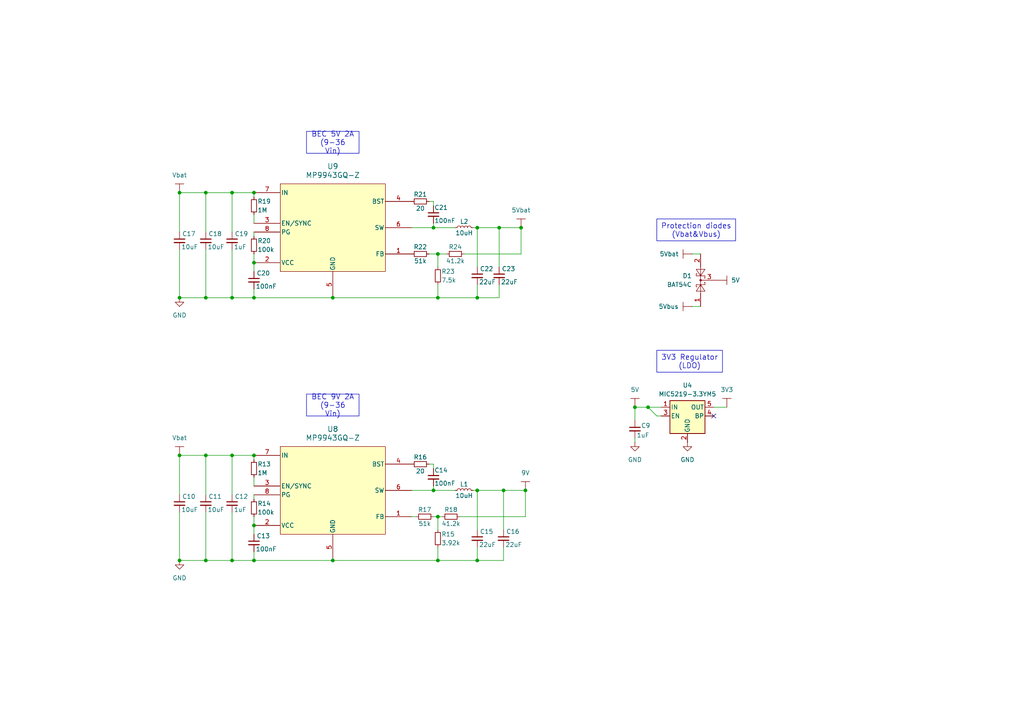
<source format=kicad_sch>
(kicad_sch (version 20231120) (generator "eeschema") (generator_version "8.0")
  (paper "A4")
  (title_block (title "Power") (date "2024-07-19") (rev "0.1") (company "https://github.com/Lpwlk/AetherStack") (comment 1 "Loïc Pawlicki"))
  (lib_symbols
    (symbol "Diode:BAT54C" (pin_names (offset 1.016))
      (property "Reference" "D" (at 0.635 -3.81 0))
      (property "Value" "BAT54C" (at -6.35 3.175 0))
      (symbol "BAT54C_0_1"
        (polyline (pts (xy -1.905 0) (xy 1.905 0)))
        (polyline (pts (xy -1.905 1.27) (xy -1.905 1.016)))
        (polyline (pts (xy -1.27 -1.27) (xy -0.635 -1.27)))
        (polyline (pts (xy -1.27 0) (xy -3.81 0)))
        (polyline (pts (xy -1.27 1.27) (xy -1.905 1.27)))
        (polyline (pts (xy -1.27 1.27) (xy -1.27 -1.27)))
        (polyline (pts (xy -0.635 -1.27) (xy -0.635 -1.016)))
        (polyline (pts (xy 0.635 -1.27) (xy 0.635 -1.016)))
        (polyline (pts (xy 1.27 -1.27) (xy 0.635 -1.27)))
        (polyline (pts (xy 1.27 1.27) (xy 1.27 -1.27)))
        (polyline (pts (xy 1.27 1.27) (xy 1.905 1.27)))
        (polyline (pts (xy 1.905 1.27) (xy 1.905 1.016)))
        (polyline (pts (xy 3.81 0) (xy 1.27 0)))
        (polyline (pts (xy -3.175 -1.27) (xy -3.175 1.27) (xy -1.27 0) (xy -3.175 -1.27)))
        (polyline (pts (xy 3.175 -1.27) (xy 3.175 1.27) (xy 1.27 0) (xy 3.175 -1.27)))
        (circle (center 0 0) (radius 0.254) (fill (type outline)))
      )
      (symbol "BAT54C_1_1"
        (pin passive line (at -7.62 0 0) (length 3.81) (name "~") (number "1"))
        (pin passive line (at 7.62 0 180) (length 3.81) (name "~") (number "2"))
        (pin passive line (at 0 -5.08 90) (length 5.08) (name "~") (number "3"))
      )
    )
    (symbol "MyLib:3V3" (power) (pin_numbers hide) (pin_names (offset 0) hide)
      (property "Value" "3V3" (at 0 3.81 0))
      (symbol "3V3_0_1"
        (polyline (pts (xy -1.27 2.54) (xy 1.27 2.54)))
        (polyline (pts (xy 0 0) (xy 0 2.54)))
      )
      (symbol "3V3_1_1"
        (pin power_in line (at 0 0 90) (length 0) (name "~") (number "1"))
      )
    )
    (symbol "MyLib:5V" (power) (pin_numbers hide) (pin_names (offset 0) hide)
      (property "Value" "5V" (at 0 3.81 0))
      (symbol "5V_0_1"
        (polyline (pts (xy -1.27 2.54) (xy 1.27 2.54)))
        (polyline (pts (xy 0 0) (xy 0 2.54)))
      )
      (symbol "5V_1_1"
        (pin power_in line (at 0 0 90) (length 0) (name "~") (number "1"))
      )
    )
    (symbol "MyLib:5Vbat" (power) (pin_numbers hide) (pin_names (offset 0) hide)
      (property "Value" "5Vbat" (at 0 3.81 0))
      (symbol "5Vbat_0_1"
        (polyline (pts (xy -1.27 2.54) (xy 1.27 2.54)))
        (polyline (pts (xy 0 0) (xy 0 2.54)))
      )
      (symbol "5Vbat_1_1"
        (pin power_in line (at 0 0 90) (length 0) (name "~") (number "1"))
      )
    )
    (symbol "MyLib:5Vbus" (power) (pin_numbers hide) (pin_names (offset 0) hide)
      (property "Value" "5Vbus" (at 0 3.81 0))
      (symbol "5Vbus_0_1"
        (polyline (pts (xy -1.27 2.54) (xy 1.27 2.54)))
        (polyline (pts (xy 0 0) (xy 0 2.54)))
      )
      (symbol "5Vbus_1_1"
        (pin power_in line (at 0 0 90) (length 0) (name "~") (number "1"))
      )
    )
    (symbol "MyLib:9V" (power) (pin_numbers hide) (pin_names (offset 0) hide)
      (property "Value" "9V" (at 0 3.81 0))
      (symbol "9V_0_1"
        (polyline (pts (xy -1.27 2.54) (xy 1.27 2.54)))
        (polyline (pts (xy 0 0) (xy 0 2.54)))
      )
      (symbol "9V_1_1"
        (pin power_in line (at 0 0 90) (length 0) (name "~") (number "1"))
      )
    )
    (symbol "MyLib:C" (pin_numbers hide) (pin_names (offset 0.254) hide)
      (property "Reference" "C" (at 0.254 1.778 0))
      (property "Value" "100nF" (at 0.254 -2.032 0))
      (symbol "C_0_1"
        (polyline (pts (xy -1.524 -0.508) (xy 1.524 -0.508)) (stroke (width 0.3302)))
        (polyline (pts (xy -1.524 0.508) (xy 1.524 0.508)) (stroke (width 0.3048)))
      )
      (symbol "C_1_1"
        (pin passive line (at 0 2.54 270) (length 2.032) (name "~") (number "1"))
        (pin passive line (at 0 -2.54 90) (length 2.032) (name "~") (number "2"))
      )
    )
    (symbol "MyLib:GND" (power) (pin_numbers hide) (pin_names (offset 0) hide)
      (property "Value" "GND" (at 0 -3.81 0))
      (symbol "GND_0_1"
        (polyline (pts (xy 0 0) (xy 0 -1.27) (xy 1.27 -1.27) (xy 0 -2.54) (xy -1.27 -1.27) (xy 0 -1.27)))
      )
      (symbol "GND_1_1"
        (pin power_in line (at 0 0 270) (length 0) (name "~") (number "1"))
      )
    )
    (symbol "MyLib:L" (pin_numbers hide) (pin_names (offset 0.254) hide)
      (property "Reference" "L" (at 0.762 1.016 0))
      (property "Value" "10uH" (at 0.762 -1.016 0))
      (symbol "L_0_1"
        (arc (start 0 -2.032) (mid 0.5058 -1.524) (end 0 -1.016))
        (arc (start 0 -1.016) (mid 0.5058 -0.508) (end 0 0))
        (arc (start 0 0) (mid 0.5058 0.508) (end 0 1.016))
        (arc (start 0 1.016) (mid 0.5058 1.524) (end 0 2.032))
      )
      (symbol "L_1_1"
        (pin passive line (at 0 2.54 270) (length 0.508) (name "~") (number "1"))
        (pin passive line (at 0 -2.54 90) (length 0.508) (name "~") (number "2"))
      )
    )
    (symbol "MyLib:MP9943GQ-Z" (pin_names (offset 0.254))
      (property "Reference" "U8" (at 22.86 10.16 0))
      (property "Value" "MP9943GQ-Z" (at 22.86 7.62 0))
      (symbol "MP9943GQ-Z_0_1"
        (pin unspecified line (at 45.72 -15.24 180) (length 7.62) (name "FB") (number "1"))
        (pin power_in line (at 0 -17.78 0) (length 7.62) (name "VCC") (number "2"))
        (pin unspecified line (at 0 -6.35 0) (length 7.62) (name "EN/SYNC") (number "3"))
        (pin power_in line (at 45.72 0 180) (length 7.62) (name "BST") (number "4"))
        (pin output line (at 45.72 -7.62 180) (length 7.62) (name "SW") (number "6"))
        (pin output line (at 0 -8.89 0) (length 7.62) (name "PG") (number "8"))
      )
      (symbol "MP9943GQ-Z_1_1"
        (rectangle (start 7.62 5.08) (end 38.1 -20.32) (fill (type background)))
        (pin power_in line (at 22.86 -27.94 90) (length 7.62) (name "GND") (number "5"))
        (pin power_in line (at 0 2.54 0) (length 7.62) (name "IN") (number "7"))
      )
    )
    (symbol "MyLib:R" (pin_numbers hide) (pin_names (offset 0.254) hide)
      (property "Reference" "R" (at 0.762 0.508 0))
      (property "Value" "10k" (at 0.762 -1.016 0))
      (symbol "R_0_1"
        (rectangle (start -0.762 1.778) (end 0.762 -1.778) (stroke (width 0.2032)))
      )
      (symbol "R_1_1"
        (pin passive line (at 0 2.54 270) (length 0.762) (name "~") (number "1"))
        (pin passive line (at 0 -2.54 90) (length 0.762) (name "~") (number "2"))
      )
    )
    (symbol "MyLib:Vbat" (power) (pin_numbers hide) (pin_names (offset 0) hide)
      (property "Value" "Vbat" (at 0 3.81 0))
      (symbol "Vbat_0_1"
        (polyline (pts (xy -1.27 2.54) (xy 1.27 2.54)))
        (polyline (pts (xy 0 0) (xy 0 2.54)))
      )
      (symbol "Vbat_1_1"
        (pin power_in line (at 0 0 90) (length 0) (name "~") (number "1"))
      )
    )
    (symbol "Regulator_Linear:MIC5219-3.3YM5" (pin_names (offset 0.254))
      (property "Reference" "U" (at -3.81 5.715 0))
      (property "Value" "MIC5219-3.3YM5" (at 0 5.715 0))
      (symbol "MIC5219-3.3YM5_0_1"
        (rectangle (start -5.08 4.445) (end 5.08 -5.08) (stroke (width 0.254)) (fill (type background)))
      )
      (symbol "MIC5219-3.3YM5_1_1"
        (pin power_in line (at -7.62 2.54 0) (length 2.54) (name "IN") (number "1"))
        (pin power_in line (at 0 -7.62 90) (length 2.54) (name "GND") (number "2"))
        (pin input line (at -7.62 0 0) (length 2.54) (name "EN") (number "3"))
        (pin input line (at 7.62 0 180) (length 2.54) (name "BP") (number "4"))
        (pin power_out line (at 7.62 2.54 180) (length 2.54) (name "OUT") (number "5"))
      )
    )
  )
  (junction (at 138.43 86.36))
  (junction (at 152.4 142.24))
  (junction (at 187.96 118.11))
  (junction (at 184.15 118.11))
  (junction (at 52.07 55.88))
  (junction (at 127 73.66))
  (junction (at 138.43 162.56))
  (junction (at 59.69 132.08))
  (junction (at 127 86.36))
  (junction (at 52.07 86.36))
  (junction (at 73.66 86.36))
  (junction (at 125.73 142.24))
  (junction (at 73.66 152.4))
  (junction (at 73.66 55.88))
  (junction (at 138.43 66.04))
  (junction (at 73.66 132.08))
  (junction (at 67.31 55.88))
  (junction (at 59.69 55.88))
  (junction (at 52.07 132.08))
  (junction (at 52.07 162.56))
  (junction (at 67.31 86.36))
  (junction (at 144.78 66.04))
  (junction (at 96.52 162.56))
  (junction (at 73.66 76.2))
  (junction (at 96.52 86.36))
  (junction (at 125.73 66.04))
  (junction (at 73.66 162.56))
  (junction (at 59.69 86.36))
  (junction (at 127 149.86))
  (junction (at 67.31 132.08))
  (junction (at 59.69 162.56))
  (junction (at 127 162.56))
  (junction (at 67.31 162.56))
  (junction (at 151.13 66.04))
  (junction (at 146.05 142.24))
  (junction (at 138.43 142.24))
  (no_connect (at 207.01 120.65))
  (wire (pts (xy 137.16 142.24) (xy 138.43 142.24)))
  (wire (pts (xy 152.4 142.24) (xy 152.4 149.86)))
  (wire (pts (xy 187.96 118.11) (xy 191.77 118.11)))
  (wire (pts (xy 67.31 148.59) (xy 67.31 162.56)))
  (wire (pts (xy 146.05 142.24) (xy 146.05 153.67)))
  (wire (pts (xy 73.66 62.23) (xy 73.66 64.77)))
  (wire (pts (xy 125.73 58.42) (xy 125.73 59.69)))
  (wire (pts (xy 125.73 134.62) (xy 124.46 134.62)))
  (wire (pts (xy 190.5 120.65) (xy 187.96 118.11)))
  (wire (pts (xy 144.78 66.04) (xy 144.78 77.47)))
  (wire (pts (xy 59.69 55.88) (xy 59.69 67.31)))
  (wire (pts (xy 59.69 55.88) (xy 67.31 55.88)))
  (wire (pts (xy 73.66 152.4) (xy 73.66 154.94)))
  (wire (pts (xy 144.78 82.55) (xy 144.78 86.36)))
  (wire (pts (xy 125.73 58.42) (xy 124.46 58.42)))
  (wire (pts (xy 138.43 162.56) (xy 146.05 162.56)))
  (wire (pts (xy 67.31 72.39) (xy 67.31 86.36)))
  (wire (pts (xy 146.05 142.24) (xy 152.4 142.24)))
  (wire (pts (xy 52.07 72.39) (xy 52.07 86.36)))
  (wire (pts (xy 52.07 55.88) (xy 59.69 55.88)))
  (wire (pts (xy 52.07 148.59) (xy 52.07 162.56)))
  (wire (pts (xy 138.43 82.55) (xy 138.43 86.36)))
  (wire (pts (xy 184.15 118.11) (xy 184.15 121.92)))
  (wire (pts (xy 59.69 162.56) (xy 67.31 162.56)))
  (wire (pts (xy 124.46 73.66) (xy 127 73.66)))
  (wire (pts (xy 127 82.55) (xy 127 86.36)))
  (wire (pts (xy 125.73 142.24) (xy 132.08 142.24)))
  (wire (pts (xy 73.66 76.2) (xy 73.66 78.74)))
  (wire (pts (xy 125.73 134.62) (xy 125.73 135.89)))
  (wire (pts (xy 119.38 66.04) (xy 125.73 66.04)))
  (wire (pts (xy 73.66 143.51) (xy 73.66 144.78)))
  (wire (pts (xy 73.66 57.15) (xy 73.66 55.88)))
  (wire (pts (xy 96.52 86.36) (xy 127 86.36)))
  (wire (pts (xy 200.66 73.66) (xy 203.2 73.66)))
  (wire (pts (xy 59.69 132.08) (xy 67.31 132.08)))
  (wire (pts (xy 52.07 67.31) (xy 52.07 55.88)))
  (wire (pts (xy 127 149.86) (xy 128.27 149.86)))
  (wire (pts (xy 96.52 162.56) (xy 127 162.56)))
  (wire (pts (xy 127 86.36) (xy 138.43 86.36)))
  (wire (pts (xy 52.07 132.08) (xy 59.69 132.08)))
  (wire (pts (xy 207.01 118.11) (xy 210.82 118.11)))
  (wire (pts (xy 67.31 132.08) (xy 73.66 132.08)))
  (wire (pts (xy 59.69 72.39) (xy 59.69 86.36)))
  (wire (pts (xy 67.31 55.88) (xy 67.31 67.31)))
  (wire (pts (xy 191.77 120.65) (xy 190.5 120.65)))
  (wire (pts (xy 52.07 162.56) (xy 59.69 162.56)))
  (wire (pts (xy 134.62 73.66) (xy 151.13 73.66)))
  (wire (pts (xy 138.43 142.24) (xy 138.43 153.67)))
  (wire (pts (xy 144.78 66.04) (xy 151.13 66.04)))
  (wire (pts (xy 184.15 118.11) (xy 187.96 118.11)))
  (wire (pts (xy 73.66 73.66) (xy 73.66 76.2)))
  (wire (pts (xy 125.73 140.97) (xy 125.73 142.24)))
  (wire (pts (xy 67.31 132.08) (xy 67.31 143.51)))
  (wire (pts (xy 127 73.66) (xy 129.54 73.66)))
  (wire (pts (xy 73.66 133.35) (xy 73.66 132.08)))
  (wire (pts (xy 67.31 162.56) (xy 73.66 162.56)))
  (wire (pts (xy 146.05 142.24) (xy 138.43 142.24)))
  (wire (pts (xy 127 162.56) (xy 138.43 162.56)))
  (wire (pts (xy 151.13 66.04) (xy 151.13 73.66)))
  (wire (pts (xy 127 73.66) (xy 127 77.47)))
  (wire (pts (xy 52.07 143.51) (xy 52.07 132.08)))
  (wire (pts (xy 119.38 142.24) (xy 125.73 142.24)))
  (wire (pts (xy 125.73 149.86) (xy 127 149.86)))
  (wire (pts (xy 73.66 162.56) (xy 96.52 162.56)))
  (wire (pts (xy 73.66 83.82) (xy 73.66 86.36)))
  (wire (pts (xy 200.66 88.9) (xy 203.2 88.9)))
  (wire (pts (xy 73.66 67.31) (xy 73.66 68.58)))
  (wire (pts (xy 127 149.86) (xy 127 153.67)))
  (wire (pts (xy 73.66 160.02) (xy 73.66 162.56)))
  (wire (pts (xy 125.73 66.04) (xy 132.08 66.04)))
  (wire (pts (xy 73.66 86.36) (xy 96.52 86.36)))
  (wire (pts (xy 67.31 55.88) (xy 73.66 55.88)))
  (wire (pts (xy 73.66 149.86) (xy 73.66 152.4)))
  (wire (pts (xy 120.65 149.86) (xy 119.38 149.86)))
  (wire (pts (xy 133.35 149.86) (xy 152.4 149.86)))
  (wire (pts (xy 138.43 86.36) (xy 144.78 86.36)))
  (wire (pts (xy 125.73 64.77) (xy 125.73 66.04)))
  (wire (pts (xy 138.43 158.75) (xy 138.43 162.56)))
  (wire (pts (xy 146.05 158.75) (xy 146.05 162.56)))
  (wire (pts (xy 144.78 66.04) (xy 138.43 66.04)))
  (wire (pts (xy 59.69 148.59) (xy 59.69 162.56)))
  (wire (pts (xy 59.69 132.08) (xy 59.69 143.51)))
  (wire (pts (xy 138.43 66.04) (xy 138.43 77.47)))
  (wire (pts (xy 67.31 86.36) (xy 73.66 86.36)))
  (wire (pts (xy 127 158.75) (xy 127 162.56)))
  (wire (pts (xy 184.15 127) (xy 184.15 128.27)))
  (wire (pts (xy 52.07 86.36) (xy 59.69 86.36)))
  (wire (pts (xy 137.16 66.04) (xy 138.43 66.04)))
  (wire (pts (xy 59.69 86.36) (xy 67.31 86.36)))
  (wire (pts (xy 73.66 138.43) (xy 73.66 140.97)))
  (text_box "3V3 Regulator (LDO)" (at 190.5 101.6 0) (size 19.05 6.35) (effects (font (size 1.524 1.524))))
  (text_box "Protection diodes (Vbat&Vbus)" (at 190.5 63.5 0) (size 22.86 6.35) (effects (font (size 1.524 1.524))))
  (text_box "BEC 5V 2A (9-36 Vin)" (at 88.9 38.1 0) (size 15.24 6.35) (effects (font (size 1.524 1.524))))
  (text_box "BEC 9V 2A (9-36 Vin)" (at 88.9 114.3 0) (size 15.24 6.35) (effects (font (size 1.524 1.524))))
  (symbol (lib_id "MyLib:L") (at 134.62 66.04 90) (unit 1)
    (property "Reference" "L2" (at 134.62 64.262 90))
    (property "Value" "10uH" (at 134.62 67.564 90))
    (property "Description" "Inductor" (effects (hide yes)))
  )
  (symbol (lib_id "MyLib:3V3") (at 210.82 118.11 0) (unit 1)
    (property "Reference" "#PWR0105" (effects (hide yes)))
    (property "Value" "3V3" (at 210.82 113.03 0))
    (property "Description" "3V3 power label (global)" (effects (hide yes)))
  )
  (symbol (lib_id "MyLib:R") (at 73.66 147.32 0) (unit 1)
    (property "Reference" "R14" (at 74.676 146.05 0) (effects (justify left)))
    (property "Value" "100k" (at 74.676 148.59 0) (effects (justify left)))
    (property "Description" "Resistor" (effects (hide yes)))
  )
  (symbol (lib_id "MyLib:C") (at 52.07 69.85 0) (unit 1)
    (property "Reference" "C17" (at 52.832 67.818 0) (effects (justify left)))
    (property "Value" "10uF" (at 52.578 71.628 0) (effects (justify left)))
    (property "Description" "Capacitor (unpolarized)" (effects (hide yes)))
  )
  (symbol (lib_id "MyLib:MP9943GQ-Z") (at 73.66 134.62 0) (unit 1)
    (property "Reference" "U8" (at 96.52 124.46 0) (effects (font (size 1.524 1.524))))
    (property "Value" "MP9943GQ-Z" (at 96.52 127 0) (effects (font (size 1.524 1.524))))
    (property "Footprint" "QFN-8_MP9943_MNP" (effects (hide yes)))
    (property "Datasheet" "MP9943GQ-Z" (effects (hide yes)))
    (property "Description" "Step-down switching regulator" (effects (hide yes)))
  )
  (symbol (lib_id "MyLib:R") (at 73.66 135.89 0) (unit 1)
    (property "Reference" "R13" (at 74.676 134.62 0) (effects (justify left)))
    (property "Value" "1M" (at 74.676 137.16 0) (effects (justify left)))
    (property "Description" "Resistor" (effects (hide yes)))
  )
  (symbol (lib_id "MyLib:C") (at 138.43 156.21 0) (unit 1)
    (property "Reference" "C15" (at 139.192 154.178 0) (effects (justify left)))
    (property "Value" "22uF" (at 138.938 157.988 0) (effects (justify left)))
    (property "Description" "Capacitor (unpolarized)" (effects (hide yes)))
  )
  (symbol (lib_id "MyLib:GND") (at 184.15 128.27 0) (unit 1)
    (property "Reference" "#PWR027" (effects (hide yes)))
    (property "Value" "GND" (at 184.15 133.35 0))
    (property "Description" "GND power label (global)" (effects (hide yes)))
  )
  (symbol (lib_id "MyLib:L") (at 134.62 142.24 90) (unit 1)
    (property "Reference" "L1" (at 134.62 140.462 90))
    (property "Value" "10uH" (at 134.62 143.764 90))
    (property "Description" "Inductor" (effects (hide yes)))
  )
  (symbol (lib_id "MyLib:C") (at 73.66 81.28 0) (unit 1)
    (property "Reference" "C20" (at 74.422 79.248 0) (effects (justify left)))
    (property "Value" "100nF" (at 74.168 83.058 0) (effects (justify left)))
    (property "Description" "Capacitor (unpolarized)" (effects (hide yes)))
  )
  (symbol (lib_id "MyLib:GND") (at 52.07 162.56 0) (unit 1)
    (property "Reference" "#PWR0111" (effects (hide yes)))
    (property "Value" "GND" (at 52.07 167.64 0))
    (property "Description" "GND power label (global)" (effects (hide yes)))
  )
  (symbol (lib_id "MyLib:R") (at 127 80.01 0) (unit 1)
    (property "Reference" "R23" (at 128.016 78.74 0) (effects (justify left)))
    (property "Value" "7.5k" (at 128.016 81.28 0) (effects (justify left)))
    (property "Description" "Resistor" (effects (hide yes)))
  )
  (symbol (lib_id "MyLib:R") (at 121.92 134.62 90) (unit 1)
    (property "Reference" "R16" (at 121.92 132.588 90))
    (property "Value" "20" (at 121.92 136.652 90))
    (property "Description" "Resistor" (effects (hide yes)))
  )
  (symbol (lib_id "MyLib:C") (at 67.31 69.85 0) (unit 1)
    (property "Reference" "C19" (at 68.072 67.818 0) (effects (justify left)))
    (property "Value" "1uF" (at 67.818 71.628 0) (effects (justify left)))
    (property "Description" "Capacitor (unpolarized)" (effects (hide yes)))
  )
  (symbol (lib_id "MyLib:5Vbus") (at 200.66 88.9 90) (unit 1)
    (property "Reference" "#PWR020" (effects (hide yes)))
    (property "Value" "5Vbus" (at 196.85 88.8999 90) (effects (justify left)))
    (property "Description" "USB-C 5V power label (global)" (effects (hide yes)))
  )
  (symbol (lib_id "MyLib:R") (at 123.19 149.86 90) (unit 1)
    (property "Reference" "R17" (at 123.19 147.828 90))
    (property "Value" "51k" (at 123.19 151.892 90))
    (property "Description" "Resistor" (effects (hide yes)))
  )
  (symbol (lib_id "MyLib:Vbat") (at 52.07 55.88 0) (unit 1)
    (property "Reference" "#PWR06" (effects (hide yes)))
    (property "Value" "Vbat" (at 52.07 50.8 0))
    (property "Description" "Battery voltage power label (global)" (effects (hide yes)))
  )
  (symbol (lib_id "MyLib:R") (at 121.92 73.66 90) (unit 1)
    (property "Reference" "R22" (at 121.92 71.628 90))
    (property "Value" "51k" (at 121.92 75.692 90))
    (property "Description" "Resistor" (effects (hide yes)))
  )
  (symbol (lib_id "MyLib:9V") (at 152.4 142.24 0) (unit 1)
    (property "Reference" "#PWR029" (effects (hide yes)))
    (property "Value" "9V" (at 152.4 137.16 0))
    (property "Description" "9V power label (global)" (effects (hide yes)))
  )
  (symbol (lib_id "MyLib:Vbat") (at 52.07 132.08 0) (unit 1)
    (property "Reference" "#PWR05" (effects (hide yes)))
    (property "Value" "Vbat" (at 52.07 127 0))
    (property "Description" "Battery voltage power label (global)" (effects (hide yes)))
  )
  (symbol (lib_id "MyLib:R") (at 73.66 71.12 0) (unit 1)
    (property "Reference" "R20" (at 74.676 69.85 0) (effects (justify left)))
    (property "Value" "100k" (at 74.676 72.39 0) (effects (justify left)))
    (property "Description" "Resistor" (effects (hide yes)))
  )
  (symbol (lib_id "MyLib:C") (at 67.31 146.05 0) (unit 1)
    (property "Reference" "C12" (at 68.072 144.018 0) (effects (justify left)))
    (property "Value" "1uF" (at 67.818 147.828 0) (effects (justify left)))
    (property "Description" "Capacitor (unpolarized)" (effects (hide yes)))
  )
  (symbol (lib_id "MyLib:C") (at 144.78 80.01 0) (unit 1)
    (property "Reference" "C23" (at 145.542 77.978 0) (effects (justify left)))
    (property "Value" "22uF" (at 145.288 81.788 0) (effects (justify left)))
    (property "Description" "Capacitor (unpolarized)" (effects (hide yes)))
  )
  (symbol (lib_id "MyLib:C") (at 138.43 80.01 0) (unit 1)
    (property "Reference" "C22" (at 139.192 77.978 0) (effects (justify left)))
    (property "Value" "22uF" (at 138.938 81.788 0) (effects (justify left)))
    (property "Description" "Capacitor (unpolarized)" (effects (hide yes)))
  )
  (symbol (lib_id "MyLib:5V") (at 208.28 81.28 270) (unit 1)
    (property "Reference" "#PWR021" (effects (hide yes)))
    (property "Value" "5V" (at 212.09 81.2799 90) (effects (justify left)))
    (property "Description" "5V power label (global)" (effects (hide yes)))
  )
  (symbol (lib_id "Diode:BAT54C") (at 203.2 81.28 90) (unit 1)
    (property "Reference" "D1" (at 200.66 80.0099 90) (effects (justify left)))
    (property "Value" "BAT54C" (at 200.66 82.5499 90) (effects (justify left)))
    (property "Footprint" "Package_TO_SOT_SMD:SOT-23" (effects (hide yes)))
    (property "Datasheet" "http://www.diodes.com/_files/datasheets/ds11005.pdf" (effects (hide yes)))
    (property "Description" "dual schottky barrier diode, common cathode" (effects (hide yes)))
  )
  (symbol (lib_id "MyLib:R") (at 127 156.21 0) (unit 1)
    (property "Reference" "R15" (at 128.016 154.94 0) (effects (justify left)))
    (property "Value" "3.92k" (at 128.016 157.48 0) (effects (justify left)))
    (property "Description" "Resistor" (effects (hide yes)))
  )
  (symbol (lib_id "MyLib:MP9943GQ-Z") (at 73.66 58.42 0) (unit 1)
    (property "Reference" "U9" (at 96.52 48.26 0) (effects (font (size 1.524 1.524))))
    (property "Value" "MP9943GQ-Z" (at 96.52 50.8 0) (effects (font (size 1.524 1.524))))
    (property "Footprint" "QFN-8_MP9943_MNP" (effects (hide yes)))
    (property "Datasheet" "MP9943GQ-Z" (effects (hide yes)))
    (property "Description" "Step-down switching regulator" (effects (hide yes)))
  )
  (symbol (lib_id "MyLib:C") (at 59.69 146.05 0) (unit 1)
    (property "Reference" "C11" (at 60.452 144.018 0) (effects (justify left)))
    (property "Value" "10uF" (at 60.198 147.828 0) (effects (justify left)))
    (property "Description" "Capacitor (unpolarized)" (effects (hide yes)))
  )
  (symbol (lib_id "MyLib:5V") (at 184.15 118.11 0) (unit 1)
    (property "Reference" "#PWR08" (effects (hide yes)))
    (property "Value" "5V" (at 184.15 113.03 0))
    (property "Description" "5V power label (global)" (effects (hide yes)))
  )
  (symbol (lib_id "MyLib:GND") (at 52.07 86.36 0) (unit 1)
    (property "Reference" "#PWR028" (effects (hide yes)))
    (property "Value" "GND" (at 52.07 91.44 0))
    (property "Description" "GND power label (global)" (effects (hide yes)))
  )
  (symbol (lib_id "MyLib:C") (at 125.73 62.23 0) (unit 1)
    (property "Reference" "C21" (at 125.984 60.198 0) (effects (justify left)))
    (property "Value" "100nF" (at 125.984 64.008 0) (effects (justify left)))
    (property "Description" "Capacitor (unpolarized)" (effects (hide yes)))
  )
  (symbol (lib_id "Regulator_Linear:MIC5219-3.3YM5") (at 199.39 120.65 0) (unit 1)
    (property "Reference" "U4" (at 199.39 111.76 0))
    (property "Value" "MIC5219-3.3YM5" (at 199.39 114.3 0))
    (property "Footprint" "Package_TO_SOT_SMD:SOT-23-5" (effects (hide yes)))
    (property "Datasheet" "http://ww1.microchip.com/downloads/en/DeviceDoc/MIC5219-500mA-Peak-Output-LDO-Regulator-DS20006021A.pdf" (effects (hide yes)))
    (property "Description" "500mA low dropout linear regulator, fixed 3.3V output, SOT-23-5" (effects (hide yes)))
  )
  (symbol (lib_id "MyLib:5Vbat") (at 200.66 73.66 90) (unit 1)
    (property "Reference" "#PWR019" (effects (hide yes)))
    (property "Value" "5Vbat" (at 196.85 73.6599 90) (effects (justify left)))
    (property "Description" "5V battery voltage power label (global)" (effects (hide yes)))
  )
  (symbol (lib_id "MyLib:5Vbat") (at 151.13 66.04 0) (unit 1)
    (property "Reference" "#PWR018" (effects (hide yes)))
    (property "Value" "5Vbat" (at 151.13 60.96 0))
    (property "Description" "5V battery voltage power label (global)" (effects (hide yes)))
  )
  (symbol (lib_id "MyLib:C") (at 59.69 69.85 0) (unit 1)
    (property "Reference" "C18" (at 60.452 67.818 0) (effects (justify left)))
    (property "Value" "10uF" (at 60.198 71.628 0) (effects (justify left)))
    (property "Description" "Capacitor (unpolarized)" (effects (hide yes)))
  )
  (symbol (lib_id "MyLib:R") (at 121.92 58.42 90) (unit 1)
    (property "Reference" "R21" (at 121.92 56.388 90))
    (property "Value" "20" (at 121.92 60.452 90))
    (property "Description" "Resistor" (effects (hide yes)))
  )
  (symbol (lib_id "MyLib:C") (at 184.15 124.46 0) (unit 1)
    (property "Reference" "C9" (at 185.928 123.444 0) (effects (justify left)))
    (property "Value" "1uF" (at 184.658 126.238 0) (effects (justify left)))
    (property "Description" "Capacitor (unpolarized)" (effects (hide yes)))
  )
  (symbol (lib_id "MyLib:C") (at 52.07 146.05 0) (unit 1)
    (property "Reference" "C10" (at 52.832 144.018 0) (effects (justify left)))
    (property "Value" "10uF" (at 52.578 147.828 0) (effects (justify left)))
    (property "Description" "Capacitor (unpolarized)" (effects (hide yes)))
  )
  (symbol (lib_id "MyLib:C") (at 73.66 157.48 0) (unit 1)
    (property "Reference" "C13" (at 74.422 155.448 0) (effects (justify left)))
    (property "Value" "100nF" (at 74.168 159.258 0) (effects (justify left)))
    (property "Description" "Capacitor (unpolarized)" (effects (hide yes)))
  )
  (symbol (lib_id "MyLib:R") (at 73.66 59.69 0) (unit 1)
    (property "Reference" "R19" (at 74.676 58.42 0) (effects (justify left)))
    (property "Value" "1M" (at 74.676 60.96 0) (effects (justify left)))
    (property "Description" "Resistor" (effects (hide yes)))
  )
  (symbol (lib_id "MyLib:C") (at 146.05 156.21 0) (unit 1)
    (property "Reference" "C16" (at 146.812 154.178 0) (effects (justify left)))
    (property "Value" "22uF" (at 146.558 157.988 0) (effects (justify left)))
    (property "Description" "Capacitor (unpolarized)" (effects (hide yes)))
  )
  (symbol (lib_id "MyLib:R") (at 132.08 73.66 90) (unit 1)
    (property "Reference" "R24" (at 132.08 71.628 90))
    (property "Value" "41.2k" (at 132.08 75.692 90))
    (property "Description" "Resistor" (effects (hide yes)))
  )
  (symbol (lib_id "MyLib:C") (at 125.73 138.43 0) (unit 1)
    (property "Reference" "C14" (at 125.984 136.398 0) (effects (justify left)))
    (property "Value" "100nF" (at 125.984 140.208 0) (effects (justify left)))
    (property "Description" "Capacitor (unpolarized)" (effects (hide yes)))
  )
  (symbol (lib_id "MyLib:R") (at 130.81 149.86 90) (unit 1)
    (property "Reference" "R18" (at 130.81 147.828 90))
    (property "Value" "41.2k" (at 130.81 151.892 90))
    (property "Description" "Resistor" (effects (hide yes)))
  )
  (symbol (lib_id "MyLib:GND") (at 199.39 128.27 0) (unit 1)
    (property "Reference" "#PWR0112" (effects (hide yes)))
    (property "Value" "GND" (at 199.39 133.35 0))
    (property "Description" "GND power label (global)" (effects (hide yes)))
  )
)
</source>
